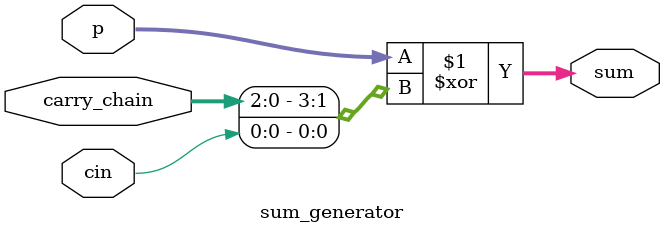
<source format=v>
module manchester_carry_chain_adder(
    input [3:0] a, b,
    input cin,
    output [3:0] sum,
    output cout
);

    wire [3:0] p, g;
    wire [3:0] carry_chain;
    wire [3:0] carry_chain_bar;

    // Instantiate PG generator module
    pg_generator pg_gen(
        .a(a),
        .b(b),
        .p(p),
        .g(g)
    );

    // Instantiate carry chain module
    carry_chain_4bit carry_chain_inst(
        .p(p),
        .g(g),
        .cin(cin),
        .carry_chain(carry_chain),
        .carry_chain_bar(carry_chain_bar)
    );

    // Instantiate sum generator module
    sum_generator sum_gen(
        .p(p),
        .carry_chain(carry_chain),
        .cin(cin),
        .sum(sum)
    );

    assign cout = carry_chain[3];

endmodule

// PG generator module
module pg_generator(
    input [3:0] a, b,
    output [3:0] p, g
);
    assign p = a ^ b;
    assign g = a & b;
endmodule

// Carry chain module
module carry_chain_4bit(
    input [3:0] p, g,
    input cin,
    output [3:0] carry_chain,
    output [3:0] carry_chain_bar
);
    // Stage 0
    assign carry_chain[0] = g[0] | (p[0] & cin);
    assign carry_chain_bar[0] = ~carry_chain[0];
    
    // Stage 1
    assign carry_chain[1] = g[1] | (p[1] & carry_chain[0]);
    assign carry_chain_bar[1] = ~carry_chain[1];
    
    // Stage 2
    assign carry_chain[2] = g[2] | (p[2] & carry_chain[1]);
    assign carry_chain_bar[2] = ~carry_chain[2];
    
    // Stage 3
    assign carry_chain[3] = g[3] | (p[3] & carry_chain[2]);
    assign carry_chain_bar[3] = ~carry_chain[3];
endmodule

// Sum generator module
module sum_generator(
    input [3:0] p,
    input [3:0] carry_chain,
    input cin,
    output [3:0] sum
);
    assign sum = p ^ {carry_chain[2:0], cin};
endmodule
</source>
